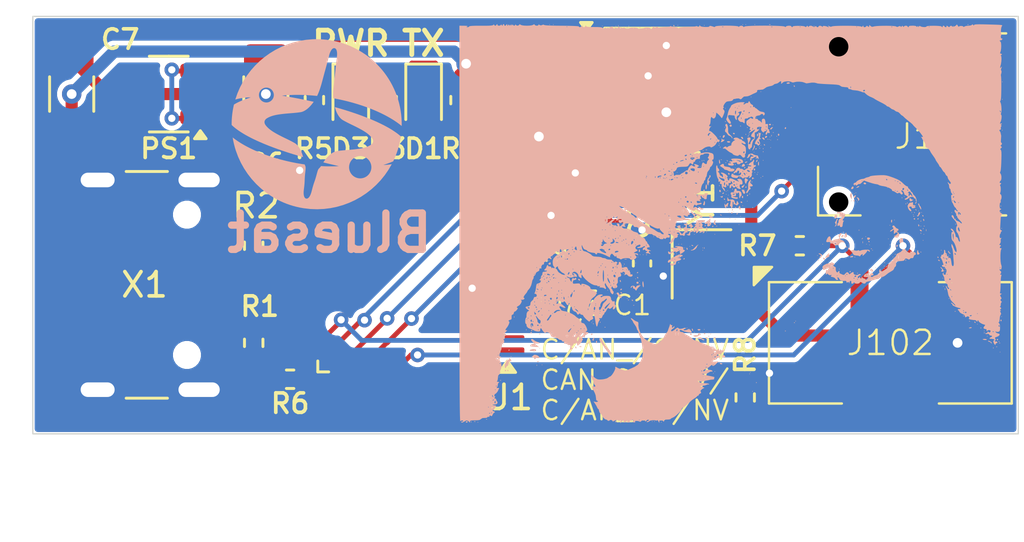
<source format=kicad_pcb>
(kicad_pcb (version 20241229) (generator "pcbnew") (generator_version "9.0")
  (title_block (title "${title}") (date "2022-03-07") (rev "R${release}") (company "${company}") (comment 1 "${release_state}") (comment 2 "${prefix}-P${type_number}-R${release}-B${pcb_variant}-C${pcb_ci}") (comment 3 "hardware/${prefix}-S${type_number}_${short_desciption}"))
  (layers (0 "F.Cu" signal) (2 "B.Cu" signal) (13 "F.Paste" user) (15 "B.Paste" user) (5 "F.SilkS" user "F.Silkscreen") (7 "B.SilkS" user "B.Silkscreen") (1 "F.Mask" user) (3 "B.Mask" user) (25 "Edge.Cuts" user))
  (net 0 "")
  (net 1 "+3V3")
  (net 2 "GND")
  (net 3 "+5V")
  (net 4 "/USB_N")
  (net 5 "/USB_P")
  (net 6 "Net-(D1-A)")
  (net 7 "Net-(D2-A)")
  (net 8 "Net-(D3-A)")
  (net 9 "Net-(X1-CC2)")
  (net 10 "Net-(X1-CC1)")
  (net 11 "/MCU/SWCLK")
  (net 12 "/MCU/SWDIO")
  (net 14 "/CAN Transceiver/CAN1_TX")
  (net 15 "/CAN Transceiver/CAN1_RX")
  (net 18 "/CAN Transceiver/CAN1_S")
  (net 21 "/MCU/SWO")
  (net 22 "/MCU/NRST")
  (net 23 "/MCU/LED_TX")
  (net 24 "/MCU/LED_RX")
  (net 25 "Net-(U1F-PF0{slash}OSC_IN)")
  (net 26 "Net-(U1F-PF1{slash}OSC_OUT)")
  (net 32 "/MCU/CAN2_RX")
  (net 43 "/MCU/CAN2_TX")
  (net 48 "/MCU/CAN2_S")
  (net 54 "/CAN Transceiver/CAN1_L")
  (net 55 "/CAN Transceiver/CAN1_H")
  (net 56 "/MCU/TX")
  (net 57 "/MCU/RX")
  (net 58 "Net-(Y1-C_{1})")
  (footprint "Package_TO_SOT_SMD:SOT-23-5" (layer "F.Cu") (at 116 119 180)
    (property "Reference" "PS1")
    (property "Value" "RT9013-33GB")
  )
  (footprint "Resistor_SMD:R_0402_1005Metric" (layer "F.Cu") (at 139.75 131.5 -90)
    (property "Reference" "R8")
    (property "Value" "100k")
  )
  (footprint "Bluesat:USB_C" (layer "F.Cu") (at 114.145 126.86 -90)
    (property "Reference" "X1")
    (property "Value" "629722000214_pasteInHole")
  )
  (footprint "Capacitor_SMD:C_0402_1005Metric" (layer "F.Cu") (at 135.905 122.345 180)
    (property "Reference" "C8")
    (property "Value" "220n")
  )
  (footprint "LED_SMD:LED_0603_1608Metric" (layer "F.Cu") (at 126.5 119.25 -90)
    (property "Reference" "D1")
    (property "Value" "XL-1608UYC-06" (hide yes))
  )
  (footprint "Capacitor_SMD:C_0402_1005Metric" (layer "F.Cu") (at 135.5 125.98 90)
    (property "Reference" "C2")
    (property "Value" "10p")
  )
  (footprint "Resistor_SMD:R_0402_1005Metric" (layer "F.Cu") (at 128 119.25 -90)
    (property "Reference" "R4")
    (property "Value" "1K" (hide yes))
  )
  (footprint "Package_SO:SOIC-8_3.9x4.9mm_P1.27mm" (layer "F.Cu") (at 135.905 118.845)
    (property "Reference" "U2")
    (property "Value" "TCAN1462V")
  )
  (footprint "Resistor_SMD:R_0402_1005Metric" (layer "F.Cu") (at 119.5 125.25 90)
    (property "Reference" "R2")
    (property "Value" "4K7")
  )
  (footprint "Resistor_SMD:R_0402_1005Metric" (layer "F.Cu") (at 142 125.25 180)
    (property "Reference" "R7")
    (property "Value" "100k")
  )
  (footprint "Capacitor_SMD:C_0402_1005Metric" (layer "F.Cu") (at 131.405 118.845 90)
    (property "Reference" "C9")
    (property "Value" "220n")
  )
  (footprint "Crystal:Crystal_SMD_2016-4Pin_2.0x1.6mm" (layer "F.Cu") (at 137.95 126 -90)
    (property "Reference" "Y1")
    (property "Value" "830108313809")
  )
  (footprint "Capacitor_SMD:C_0402_1005Metric" (layer "F.Cu") (at 131.75 127.5 90)
    (property "Reference" "C4")
    (property "Value" "220n")
  )
  (footprint "Bluesat:IDC6" (layer "F.Cu") (at 145.73 129.25)
    (property "Reference" "J102")
    (property "Value" "IDC6")
  )
  (footprint "Resistor_SMD:R_0402_1005Metric" (layer "F.Cu") (at 133.49 125.5 180)
    (property "Reference" "R9")
    (property "Value" "100R" (hide yes))
  )
  (footprint "LED_SMD:LED_0603_1608Metric" (layer "F.Cu") (at 123.5 119.25 -90)
    (property "Reference" "D3")
    (property "Value" "XL-1608SURC-06" (hide yes))
  )
  (footprint "Resistor_SMD:R_0402_1005Metric" (layer "F.Cu") (at 121 130.75 180)
    (property "Reference" "R6")
    (property "Value" "10K")
  )
  (footprint "Package_QFP:LQFP-48_7x7mm_P0.5mm" (layer "F.Cu") (at 125.75 126.8375 180)
    (property "Reference" "U1")
    (property "Value" "STM32G0B1CBT" (hide yes))
  )
  (footprint "Resistor_SMD:R_0402_1005Metric" (layer "F.Cu") (at 122 119.25 -90)
    (property "Reference" "R5")
    (property "Value" "1K" (hide yes))
  )
  (footprint "Resistor_SMD:R_0402_1005Metric" (layer "F.Cu") (at 119.5 129.25 -90)
    (property "Reference" "R1")
    (property "Value" "4K7")
  )
  (footprint "LED_SMD:LED_0603_1608Metric" (layer "F.Cu") (at 129.5 119.25 -90)
    (property "Reference" "D2")
    (property "Value" "XL-1608UGC-04" (hide yes))
  )
  (footprint "Resistor_SMD:R_0402_1005Metric" (layer "F.Cu") (at 125 119.25 -90)
    (property "Reference" "R3")
    (property "Value" "1K" (hide yes))
  )
  (footprint "Bluesat:SM02B-PASS" (layer "F.Cu") (at 151 120.25 -90)
    (property "Reference" "J1")
    (property "Value" "SM02B-PASS")
  )
  (footprint "Capacitor_SMD:C_0402_1005Metric" (layer "F.Cu") (at 133.5 124.25)
    (property "Reference" "C3")
    (property "Value" "100n" (hide yes))
  )
  (footprint "Capacitor_SMD:C_1206_3216Metric" (layer "F.Cu") (at 120 119 90)
    (property "Reference" "C6")
    (property "Value" "10u")
  )
  (footprint "Capacitor_SMD:C_1206_3216Metric" (layer "F.Cu") (at 112 119 90)
    (property "Reference" "C7")
    (property "Value" "10u")
  )
  (footprint "Capacitor_SMD:C_0402_1005Metric" (layer "F.Cu") (at 133.48 126.75 180)
    (property "Reference" "C1")
    (property "Value" "10p")
  )
  (footprint "Monkey:Monkey" (layer "B.Cu") (at 139.4 124.5 180)
    (property "Reference" "G**" (hide yes))
    (property "Value" "LOGO" (hide yes))
  )
  (gr_poly (pts (xy 122.188006 116.740161) (xy 122.276508 116.743766) (xy 122.365311 116.749632) (xy 122.454386 116.757783) (xy 122.543699 116.76824) (xy 122.63322 116.781026) (xy 122.796324 116.810325) (xy 122.956303 116.846811) (xy 123.113014 116.890288) (xy 123.266315 116.940561) (xy 123.416064 116.997437) (xy 123.562119 117.06072) (xy 123.704337 117.130216) (xy 123.842576 117.205729) (xy 123.976695 117.287066) (xy 124.10655 117.37403) (xy 124.232 117.466429) (xy 124.352903 117.564066) (xy 124.469115 117.666748) (xy 124.580496 117.774279) (xy 124.686903 117.886465) (xy 124.788193 118.00311) (xy 124.884224 118.124021) (xy 124.974855 118.249003) (xy 125.059943 118.37786) (xy 125.139345 118.510398) (xy 125.212921 118.646422) (xy 125.280526 118.785738) (xy 125.34202 118.928151) (xy 125.397259 119.073466) (xy 125.446103 119.221488) (xy 125.488408 119.372022) (xy 125.524032 119.524875) (xy 125.552833 119.679851) (xy 125.57467 119.836755) (xy 125.589399 119.995392) (xy 125.596878 120.155569) (xy 125.596966 120.317089) (xy 125.552113 120.280332) (xy 125.506638 120.244691) (xy 125.460601 120.210086) (xy 125.414061 120.17644) (xy 125.367079 120.143674) (xy 125.319713 120.11171) (xy 125.272024 120.080468) (xy 125.22407 120.049871) (xy 125.120281 119.987449) (xy 125.015277 119.927922) (xy 124.909159 119.871124) (xy 124.802028 119.816887) (xy 124.693986 119.765048) (xy 124.585135 119.715438) (xy 124.475577 119.667894) (xy 124.365414 119.622248) (xy 124.17183 119.548166) (xy 123.97667 119.479489) (xy 123.780071 119.41608) (xy 123.582168 119.357804) (xy 123.383098 119.304523) (xy 123.182995 119.2561) (xy 122.981997 119.212399) (xy 122.780239 119.173283) (xy 122.776437 119.091291) (xy 122.775562 119.009167) (xy 122.777257 118.926979) (xy 122.781161 118.844797) (xy 122.786918 118.762689) (xy 122.794168 118.680726) (xy 122.81171 118.517509) (xy 122.843021 118.233869) (xy 122.866978 118.001443) (xy 122.891788 117.76912) (xy 122.925657 117.48579) (xy 122.929294 117.454249) (xy 122.932021 117.424523) (xy 122.933886 117.396558) (xy 122.934937 117.3703) (xy 122.935223 117.345695) (xy 122.934791 117.32269) (xy 122.933689 117.30123) (xy 122.931966 117.281262) (xy 122.929671 117.262733) (xy 122.92685 117.245588) (xy 122.923553 117.229774) (xy 122.919827 117.215236) (xy 122.915721 117.201922) (xy 122.911282 117.189777) (xy 122.90656 117.178748) (xy 122.901602 117.16878) (xy 122.896455 117.159821) (xy 122.89117 117.151816) (xy 122.885793 117.144712) (xy 122.880372 117.138454) (xy 122.874957 117.13299) (xy 122.869595 117.128264) (xy 122.864334 117.124225) (xy 122.859222 117.120817) (xy 122.854308 117.117987) (xy 122.849639 117.115681) (xy 122.841233 117.112427) (xy 122.834387 117.110624) (xy 122.829487 117.109843) (xy 122.817599 117.107961) (xy 122.808584 117.107931) (xy 122.797791 117.109228) (xy 122.785424 117.112393) (xy 122.771682 117.117966) (xy 122.75677 117.126488) (xy 122.740888 117.138498) (xy 122.724239 117.154538) (xy 122.71569 117.164237) (xy 122.707025 117.175147) (xy 122.698269 117.187333) (xy 122.689448 117.200865) (xy 122.680587 117.21581) (xy 122.671711 117.232234) (xy 122.662845 117.250206) (xy 122.654015 117.269794) (xy 122.645245 117.291064) (xy 122.636562 117.314084) (xy 122.62799 117.338922) (xy 122.619555 117.365645) (xy 122.611282 117.394321) (xy 122.603196 117.425018) (xy 122.53171 117.701284) (xy 122.470362 117.926745) (xy 122.408213 118.151999) (xy 122.334323 118.427644) (xy 122.31218 118.510541) (xy 122.289128 118.593421) (xy 122.264811 118.676058) (xy 122.238876 118.758229) (xy 122.210967 118.839707) (xy 122.180731 118.920267) (xy 122.147812 118.999685) (xy 122.130236 119.038894) (xy 122.111856 119.077734) (xy 122.015788 119.068152) (xy 121.919639 119.059638) (xy 121.823426 119.052229) (xy 121.727163 119.045965) (xy 121.630867 119.040886) (xy 121.534552 119.037028) (xy 121.438234 119.034432) (xy 121.341929 119.033137) (xy 121.251857 119.033137) (xy 121.178164 119.034036) (xy 121.104503 119.03576) (xy 121.030877 119.038322) (xy 120.957294 119.041734) (xy 120.883756 119.04601) (xy 120.81027 119.051161) (xy 120.736839 119.057201) (xy 120.663469 119.064143) (xy 120.993907 119.121566) (xy 121.321897 119.182686) (xy 121.647604 119.248084) (xy 121.971193 119.318339) (xy 121.945681 119.354256) (xy 121.918754 119.39022) (xy 121.890474 119.425962) (xy 121.8609 119.46121) (xy 121.830096 119.495694) (xy 121.798123 119.529144) (xy 121.765041 119.56129) (xy 121.730913 119.59186) (xy 121.695801 119.620584) (xy 121.659765 119.647192) (xy 121.622868 119.671413) (xy 121.58517 119.692978) (xy 121.546734 119.711614) (xy 121.527258 119.71975) (xy 121.507621 119.727053) (xy 121.487829 119.733488) (xy 121.467892 119.739023) (xy 121.447816 119.743622) (xy 121.427609 119.747253) (xy 121.337243 119.759836) (xy 121.246639 119.770182) (xy 121.155861 119.778895) (xy 121.064969 119.786579) (xy 120.883093 119.801272) (xy 120.792231 119.809486) (xy 120.701503 119.819084) (xy 120.618802 119.829144) (xy 120.533947 119.841072) (xy 120.448101 119.8557) (xy 120.40517 119.864286) (xy 120.362428 119.873861) (xy 120.320021 119.884527) (xy 120.278093 119.896388) (xy 120.23679 119.90955) (xy 120.196258 119.924116) (xy 120.156642 119.94019) (xy 120.118088 119.957877) (xy 120.080742 119.97728) (xy 120.044748 119.998504) (xy 120.035465 120.004567) (xy 120.026496 120.010917) (xy 120.017864 120.017551) (xy 120.009591 120.024462) (xy 120.001702 120.031646) (xy 119.994219 120.039096) (xy 119.987166 120.04681) (xy 119.980565 120.05478) (xy 119.974442 120.063002) (xy 119.968818 120.071471) (xy 119.963716 120.080182) (xy 119.959162 120.089129) (xy 119.955177 120.098307) (xy 119.951784 120.107711) (xy 119.949009 120.117337) (xy 119.946872 120.127179) (xy 119.94528 120.137145) (xy 119.944365 120.14714) (xy 119.944108 120.15715) (xy 119.944487 120.167163) (xy 119.945483 120.177164) (xy 119.947074 120.187141) (xy 119.949241 120.197079) (xy 119.951963 120.206967) (xy 119.955219 120.21679) (xy 119.958989 120.226534) (xy 119.963253 120.236188) (xy 119.96799 120.245737) (xy 119.97318 120.255168) (xy 119.978803 120.264468) (xy 119.984837 120.273624) (xy 119.991262 120.282621) (xy 120.017062 120.31549) (xy 120.044787 120.347154) (xy 120.074264 120.377657) (xy 120.105319 120.407044) (xy 120.137778 120.435358) (xy 120.171467 120.462645) (xy 120.206213 120.488948) (xy 120.241841 120.514312) (xy 120.278179 120.538782) (xy 120.315052 120.562402) (xy 120.389707 120.607267) (xy 120.464417 120.649264) (xy 120.537792 120.688746) (xy 120.618819 120.730675) (xy 120.700483 120.771353) (xy 120.864594 120.851139) (xy 120.94648 120.891341) (xy 121.027879 120.932476) (xy 121.108508 120.975092) (xy 121.188088 121.019734) (xy 121.221702 121.041373) (xy 121.253541 121.066128) (xy 121.283642 121.093746) (xy 121.312043 121.123974) (xy 121.338781 121.15656) (xy 121.363895 121.191251) (xy 121.387422 121.227793) (xy 121.4094 121.265935) (xy 121.429866 121.305423) (xy 121.448858 121.346005) (xy 121.466413 121.387427) (xy 121.482569 121.429437) (xy 121.497364 121.471783) (xy 121.510836 121.514211) (xy 121.523022 121.556469) (xy 121.533959 121.598303) (xy 121.429819 121.568454) (xy 121.325909 121.537997) (xy 121.12029 121.476074) (xy 120.915641 121.411864) (xy 120.712172 121.345078) (xy 120.510094 121.275429) (xy 120.309618 121.202627) (xy 120.110955 121.126384) (xy 119.914315 121.046413) (xy 119.719909 120.962424) (xy 119.623564 120.919166) (xy 119.528112 120.874445) (xy 119.480774 120.851485) (xy 119.433721 120.828097) (xy 119.386973 120.80426) (xy 119.340553 120.779955) (xy 119.2941 120.755887) (xy 119.247983 120.731328) (xy 119.20223 120.706278) (xy 119.156869 120.680736) (xy 119.111928 120.654704) (xy 119.067435 120.628181) (xy 119.023417 120.601168) (xy 118.979903 120.573663) (xy 118.936742 120.545805) (xy 118.894211 120.517321) (xy 118.852358 120.488218) (xy 118.811231 120.458502) (xy 118.77088 120.428178) (xy 118.731352 120.397254) (xy 118.692697 120.365734) (xy 118.654962 120.333626) (xy 118.638535 120.318842) (xy 118.622281 120.303903) (xy 118.606231 120.288813) (xy 118.590418 120.273578) (xy 118.590589 120.202991) (xy 118.592193 120.132178) (xy 118.595239 120.061153) (xy 118.599741 119.989933) (xy 118.60571 119.918535) (xy 118.613157 119.846975) (xy 118.622095 119.775268) (xy 118.632534 119.703432) (xy 118.643881 119.634983) (xy 118.656503 119.567062) (xy 118.670383 119.499682) (xy 118.685502 119.432854) (xy 118.720352 119.411631) (xy 118.755906 119.39118) (xy 118.792122 119.371461) (xy 118.828958 119.352431) (xy 118.866372 119.334049) (xy 118.904322 119.316273) (xy 118.942765 119.299061) (xy 118.98166 119.282372) (xy 119.029719 119.262634) (xy 119.078305 119.243535) (xy 119.12734 119.224999) (xy 119.176747 119.206953) (xy 119.276361 119.172024) (xy 119.37652 119.138143) (xy 119.269859 119.138143) (xy 119.203547 119.142682) (xy 119.137222 119.148788) (xy 119.070923 119.156599) (xy 119.004683 119.166253) (xy 118.938541 119.177887) (xy 118.872531 119.191639) (xy 118.806691 119.207646) (xy 118.741055 119.226045) (xy 118.803584 119.045091) (xy 119.715462 119.045091) (xy 119.716066 119.060192) (xy 119.71741 119.075159) (xy 119.71948 119.089968) (xy 119.722262 119.104597) (xy 119.725742 119.119022) (xy 119.729905 119.13322) (xy 119.734737 119.147169) (xy 119.740225 119.160844) (xy 119.746353 119.174223) (xy 119.753108 119.187283) (xy 119.760476 119.2) (xy 119.768441 119.212351) (xy 119.776991 119.224314) (xy 119.786111 119.235864) (xy 119.795787 119.246979) (xy 119.806004 119.257635) (xy 119.816749 119.26781) (xy 119.828007 119.27748) (xy 119.839763 119.286623) (xy 119.852005 119.295214) (xy 119.864717 119.303231) (xy 119.877885 119.31065) (xy 119.891496 119.317449) (xy 119.905534 119.323604) (xy 119.919987 119.329093) (xy 119.934839 119.333891) (xy 119.950076 119.337976) (xy 119.965488 119.341287) (xy 119.980883 119.343786) (xy 119.996238 119.345489) (xy 120.01153 119.34641) (xy 120.026735 119.346563) (xy 120.041831 119.345961) (xy 120.056794 119.34462) (xy 120.0716 119.342553) (xy 120.086227 119.339774) (xy 120.100651 119.336298) (xy 120.114849 119.332139) (xy 120.128798 119.327312) (xy 120.142475 119.321829) (xy 120.155856 119.315706) (xy 120.168918 119.308957) (xy 120.181638 119.301596) (xy 120.193993 119.293637) (xy 120.205959 119.285094) (xy 120.217513 119.275981) (xy 120.228632 119.266313) (xy 120.239293 119.256104) (xy 120.249472 119.245368) (xy 120.259147 119.23412) (xy 120.268293 119.222373) (xy 120.276888 119.210141) (xy 120.284909 119.197439) (xy 120.292332 119.184282) (xy 120.299134 119.170682) (xy 120.305291 119.156655) (xy 120.310781 119.142215) (xy 120.315581 119.127375) (xy 120.319666 119.11215) (xy 120.322976 119.096726) (xy 120.325476 119.081319) (xy 120.327178 119.065952) (xy 120.328097 119.05065) (xy 120.328248 119.035435) (xy 120.327644 119.02033) (xy 120.3263 119.005359) (xy 120.32423 118.990544) (xy 120.321448 118.97591) (xy 120.317968 118.961478) (xy 120.313805 118.947274) (xy 120.308973 118.933318) (xy 120.303485 118.919636) (xy 120.297357 118.90625) (xy 120.290602 118.893183) (xy 120.283234 118.880459) (xy 120.275268 118.8681) (xy 120.266718 118.856131) (xy 120.257598 118.844574) (xy 120.247923 118.833452) (xy 120.237705 118.822788) (xy 120.226961 118.812607) (xy 120.215703 118.802931) (xy 120.203946 118.793783) (xy 120.191705 118.785187) (xy 120.178993 118.777165) (xy 120.165825 118.769741) (xy 120.152214 118.762939) (xy 120.138175 118.756781) (xy 120.123723 118.75129) (xy 120.108871 118.746491) (xy 120.093633 118.742405) (xy 120.085927 118.740648) (xy 120.078223 118.739096) (xy 120.070524 118.737746) (xy 120.062832 118.736599) (xy 120.05515 118.73565) (xy 120.04748 118.734899) (xy 120.039826 118.734344) (xy 120.03219 118.733982) (xy 120.01888 118.73381) (xy 120.005651 118.734218) (xy 119.99252 118.735195) (xy 119.979502 118.736732) (xy 119.966612 118.738819) (xy 119.953866 118.741448) (xy 119.94128 118.744608) (xy 119.928869 118.748289) (xy 119.916649 118.752483) (xy 119.904635 118.75718) (xy 119.892843 118.76237) (xy 119.881288 118.768043) (xy 119.869987 118.774191) (xy 119.858954 118.780803) (xy 119.848205 118.78787) (xy 119.837756 118.795383) (xy 119.827622 118.803332) (xy 119.817819 118.811707) (xy 119.808363 118.820499) (xy 119.799269 118.829698) (xy 119.790552 118.839295) (xy 119.782228 118.84928) (xy 119.774313 118.859644) (xy 119.766823 118.870377) (xy 119.759772 118.88147) (xy 119.753177 118.892913) (xy 119.747053 118.904696) (xy 119.741416 118.91681) (xy 119.736281 118.929246) (xy 119.731663 118.941994) (xy 119.727579 118.955044) (xy 119.724044 118.968386) (xy 119.720733 118.98381) (xy 119.718234 118.999216) (xy 119.716532 119.01458) (xy 119.715613 119.02988) (xy 119.715462 119.045091) (xy 118.803584 119.045091) (xy 118.831383 118.964645) (xy 118.940813 118.714031) (xy 119.068355 118.474927) (xy 119.21302 118.248054) (xy 119.373819 118.034136) (xy 119.549764 117.833895) (xy 119.739865 117.648054) (xy 119.943133 117.477334) (xy 120.15858 117.32246) (xy 120.385216 117.184152) (xy 120.622053 117.063134) (xy 120.868101 116.960129) (xy 121.122372 116.875859) (xy 121.383877 116.811046) (xy 121.651627 116.766413) (xy 121.924633 116.742683) (xy 122.012037 116.739642) (xy 122.099838 116.738793)) (fill yes) (layer "B.SilkS"))
  (gr_poly (pts (xy 123.015976 119.586476) (xy 123.190425 119.637959) (xy 123.364017 119.691495) (xy 123.536668 119.747202) (xy 123.708292 119.805195) (xy 123.878807 119.865591) (xy 124.048129 119.928508) (xy 124.216172 119.99406) (xy 124.320981 120.036809) (xy 124.425118 120.080868) (xy 124.528477 120.126308) (xy 124.630953 120.173196) (xy 124.732441 120.221603) (xy 124.832835 120.271596) (xy 124.93203 120.323246) (xy 125.029921 120.37662) (xy 125.078234 120.403997) (xy 125.126008 120.432058) (xy 125.173223 120.460777) (xy 125.219858 120.490128) (xy 125.265891 120.520086) (xy 125.311304 120.550626) (xy 125.356075 120.581723) (xy 125.400183 120.61335) (xy 125.421117 120.629102) (xy 125.441878 120.64503) (xy 125.462438 120.661136) (xy 125.482768 120.677423) (xy 125.502843 120.693896) (xy 125.522634 120.710556) (xy 125.542115 120.727407) (xy 125.561258 120.744453) (xy 125.558492 120.763105) (xy 125.555626 120.781764) (xy 125.532661 120.913082) (xy 125.505031 121.042402) (xy 125.472837 121.16965) (xy 125.436178 121.29475) (xy 125.395155 121.417629) (xy 125.349869 121.538213) (xy 125.300421 121.656426) (xy 125.24691 121.772194) (xy 125.197757 121.793202) (xy 125.148051 121.813381) (xy 125.097851 121.832829) (xy 125.047213 121.851641) (xy 124.944847 121.887747) (xy 124.841405 121.922469) (xy 124.884733 121.92073) (xy 124.928056 121.91832) (xy 124.971368 121.915223) (xy 125.014667 121.91142) (xy 125.057947 121.906892) (xy 125.101205 121.901621) (xy 125.144437 121.895589) (xy 125.187638 121.888776) (xy 125.051227 122.122714) (xy 124.898074 122.343991) (xy 124.729177 122.551877) (xy 124.545533 122.745644) (xy 124.348142 122.924562) (xy 124.138 123.087903) (xy 123.916107 123.234938) (xy 123.68346 123.364937) (xy 123.441058 123.477172) (xy 123.189899 123.570913) (xy 122.930981 123.645431) (xy 122.665302 123.699998) (xy 122.39386 123.733884) (xy 122.117653 123.746361) (xy 121.837681 123.736699) (xy 121.55494 123.704169) (xy 121.411489 123.678816) (xy 121.270436 123.647897) (xy 121.131879 123.611545) (xy 120.995913 123.569892) (xy 120.862635 123.52307) (xy 120.732141 123.471211) (xy 120.604529 123.414447) (xy 120.479893 123.352911) (xy 120.358331 123.286734) (xy 120.239939 123.216048) (xy 120.124813 123.140985) (xy 120.013051 123.061678) (xy 119.8 122.890859) (xy 119.601559 122.704646) (xy 119.418498 122.504096) (xy 119.251589 122.290265) (xy 119.101604 122.06421) (xy 118.969314 121.826988) (xy 118.85549 121.579655) (xy 118.760905 121.323266) (xy 118.721067 121.192007) (xy 118.686329 121.05888) (xy 118.656786 120.924017) (xy 118.632534 120.787551) (xy 118.665897 120.813564) (xy 118.699507 120.839083) (xy 118.733325 120.864157) (xy 118.767307 120.888837) (xy 118.861937 120.95335) (xy 118.957957 121.014728) (xy 119.055248 121.07317) (xy 119.153691 121.128874) (xy 119.253168 121.182041) (xy 119.353559 121.232867) (xy 119.454747 121.281552) (xy 119.556612 121.328294) (xy 119.762487 121.415629) (xy 119.970578 121.495826) (xy 120.180659 121.569177) (xy 120.392504 121.635976) (xy 120.605887 121.696515) (xy 120.820581 121.751088) (xy 121.036359 121.799988) (xy 121.252994 121.843508) (xy 121.339345 121.858683) (xy 121.425823 121.87311) (xy 121.51242 121.886753) (xy 121.599123 121.899577) (xy 121.604821 121.915043) (xy 121.610275 121.928444) (xy 121.620227 121.950998) (xy 121.628531 121.971119) (xy 121.631925 121.98148) (xy 121.634738 121.992689) (xy 121.636915 122.00523) (xy 121.638399 122.019589) (xy 121.639134 122.036251) (xy 121.639064 122.055701) (xy 121.638133 122.078424) (xy 121.636285 122.104906) (xy 121.633463 122.135631) (xy 121.629612 122.171085) (xy 121.614674 122.310826) (xy 121.606204 122.41227) (xy 121.601978 122.488174) (xy 121.599769 122.551294) (xy 121.597354 122.614389) (xy 121.592507 122.690215) (xy 121.583004 122.79153) (xy 121.566619 122.931091) (xy 121.562994 122.962631) (xy 121.560278 122.992358) (xy 121.558423 123.020325) (xy 121.55738 123.046585) (xy 121.557102 123.071192) (xy 121.557541 123.0942) (xy 121.558648 123.115663) (xy 121.560375 123.135634) (xy 121.562675 123.154167) (xy 121.565499 123.171316) (xy 121.568798 123.187134) (xy 121.572525 123.201676) (xy 121.576633 123.214995) (xy 121.581071 123.227145) (xy 121.585794 123.238179) (xy 121.590752 123.248151) (xy 121.595897 123.257115) (xy 121.601181 123.265125) (xy 121.606556 123.272234) (xy 121.611975 123.278496) (xy 121.617388 123.283965) (xy 121.622748 123.288695) (xy 121.628007 123.292738) (xy 121.633117 123.29615) (xy 121.638028 123.298984) (xy 121.642695 123.301293) (xy 121.651098 123.304552) (xy 121.657941 123.306358) (xy 121.66284 123.30714) (xy 121.674727 123.308978) (xy 121.683741 123.308991) (xy 121.694532 123.307681) (xy 121.7069 123.304505) (xy 121.720641 123.298924) (xy 121.735555 123.290396) (xy 121.751439 123.278382) (xy 121.768092 123.26234) (xy 121.776644 123.252639) (xy 121.785312 123.241729) (xy 121.794072 123.229542) (xy 121.802897 123.21601) (xy 121.811764 123.201066) (xy 121.820645 123.184642) (xy 121.829518 123.16667) (xy 121.838355 123.147083) (xy 121.847132 123.125814) (xy 121.855824 123.102794) (xy 121.864406 123.077957) (xy 121.872851 123.051233) (xy 121.881136 123.022558) (xy 121.889235 122.991861) (xy 121.924725 122.855891) (xy 121.952708 122.758051) (xy 121.975755 122.685649) (xy 121.996437 122.625992) (xy 122.017327 122.566387) (xy 122.040994 122.49414) (xy 122.07001 122.396559) (xy 122.106947 122.26095) (xy 122.117853 122.22075) (xy 122.127729 122.187118) (xy 122.136783 122.159273) (xy 122.145217 122.136432) (xy 122.149267 122.126643) (xy 122.153238 122.117813) (xy 122.157158 122.109843) (xy 122.161051 122.102635) (xy 122.164944 122.096091) (xy 122.168861 122.090114) (xy 122.172828 122.084606) (xy 122.176872 122.07947) (xy 122.18529 122.069919) (xy 122.194319 122.06068) (xy 122.215034 122.040009) (xy 122.22713 122.027013) (xy 122.231328 122.022105) (xy 123.429013 122.022105) (xy 123.429918 122.044725) (xy 123.431931 122.067144) (xy 123.435031 122.089329) (xy 123.439197 122.111244) (xy 123.444408 122.132855) (xy 123.450642 122.154127) (xy 123.457879 122.175024) (xy 123.466096 122.195513) (xy 123.475274 122.215559) (xy 123.485389 122.235126) (xy 123.496423 122.25418) (xy 123.508353 122.272687) (xy 123.521157 122.29061) (xy 123.534816 122.307916) (xy 123.549307 122.32457) (xy 123.56461 122.340537) (xy 123.580703 122.355783) (xy 123.597565 122.370271) (xy 123.615175 122.383969) (xy 123.633512 122.39684) (xy 123.652554 122.408851) (xy 123.672281 122.419965) (xy 123.692671 122.430149) (xy 123.713702 122.439368) (xy 123.735355 122.447587) (xy 123.757606 122.454771) (xy 123.780437 122.460886) (xy 123.803522 122.46584) (xy 123.826583 122.46958) (xy 123.849583 122.472127) (xy 123.872489 122.473502) (xy 123.895266 122.473727) (xy 123.917879 122.472823) (xy 123.940292 122.470811) (xy 123.962472 122.467712) (xy 123.984383 122.463547) (xy 124.00599 122.458339) (xy 124.027259 122.452106) (xy 124.048156 122.444872) (xy 124.068644 122.436658) (xy 124.08869 122.427484) (xy 124.108258 122.417371) (xy 124.127315 122.406341) (xy 124.145824 122.394416) (xy 124.163751 122.381616) (xy 124.181061 122.367962) (xy 124.197721 122.353477) (xy 124.213694 122.33818) (xy 124.228945 122.322093) (xy 124.243441 122.305238) (xy 124.257147 122.287636) (xy 124.270027 122.269307) (xy 124.282046 122.250274) (xy 124.293171 122.230557) (xy 124.303365 122.210177) (xy 124.312595 122.189156) (xy 124.320826 122.167515) (xy 124.328022 122.145275) (xy 124.33415 122.122457) (xy 124.339103 122.099359) (xy 124.342842 122.076287) (xy 124.345387 122.053275) (xy 124.346759 122.030359) (xy 124.346981 122.007573) (xy 124.346073 121.984952) (xy 124.344056 121.962531) (xy 124.340952 121.940345) (xy 124.336781 121.918427) (xy 124.331566 121.896815) (xy 124.325328 121.875541) (xy 124.318087 121.854641) (xy 124.309865 121.83415) (xy 124.300684 121.814102) (xy 124.290564 121.794532) (xy 124.279528 121.775476) (xy 124.267595 121.756967) (xy 124.254788 121.739041) (xy 124.241127 121.721732) (xy 124.226634 121.705076) (xy 124.211331 121.689107) (xy 124.195238 121.673859) (xy 124.178377 121.659369) (xy 124.160769 121.645669) (xy 124.142435 121.632796) (xy 124.123396 121.620784) (xy 124.103675 121.609668) (xy 124.083292 121.599483) (xy 124.062268 121.590263) (xy 124.040625 121.582043) (xy 124.018383 121.574859) (xy 123.995565 121.568744) (xy 123.984016 121.566108) (xy 123.972469 121.563777) (xy 123.960929 121.561751) (xy 123.949401 121.560025) (xy 123.937887 121.558598) (xy 123.926393 121.557467) (xy 123.914922 121.55663) (xy 123.903478 121.556083) (xy 123.883532 121.555819) (xy 123.86371 121.556422) (xy 123.844033 121.55788) (xy 123.824526 121.560176) (xy 123.805212 121.563297) (xy 123.786114 121.567229) (xy 123.767255 121.571957) (xy 123.74866 121.577468) (xy 123.73035 121.583746) (xy 123.712351 121.590778) (xy 123.694683 121.598549) (xy 123.677372 121.607045) (xy 123.660441 121.616252) (xy 123.643912 121.626156) (xy 123.627809 121.636741) (xy 123.612156 121.647994) (xy 123.596975 121.659901) (xy 123.582291 121.672447) (xy 123.568126 121.685619) (xy 123.554503 121.699401) (xy 123.541447 121.713779) (xy 123.52898 121.72874) (xy 123.517125 121.744268) (xy 123.505907 121.760351) (xy 123.495348 121.776972) (xy 123.485471 121.794119) (xy 123.4763 121.811776) (xy 123.467859 121.82993) (xy 123.46017 121.848566) (xy 123.453257 121.86767) (xy 123.447144 121.887228) (xy 123.441853 121.907225) (xy 123.436899 121.930323) (xy 123.433159 121.953394) (xy 123.430612 121.976405) (xy 123.429237 121.99932) (xy 123.429013 122.022105) (xy 122.231328 122.022105) (xy 122.240657 122.0112) (xy 122.255822 121.991789) (xy 122.264082 121.980489) (xy 122.272829 121.967996) (xy 122.3514 121.972034) (xy 122.429992 121.975173) (xy 122.508602 121.977398) (xy 122.587228 121.978693) (xy 122.721122 121.978693) (xy 122.792595 121.977523) (xy 122.864059 121.97552) (xy 122.935509 121.972662) (xy 123.006944 121.968927) (xy 122.685794 121.893838) (xy 122.366932 121.816998) (xy 122.392512 121.77898) (xy 122.419783 121.740588) (xy 122.448669 121.702151) (xy 122.479096 121.664) (xy 122.510988 121.626467) (xy 122.54427 121.58988) (xy 122.578867 121.554571) (xy 122.614703 121.52087) (xy 122.651703 121.489108) (xy 122.689791 121.459614) (xy 122.728894 121.43272) (xy 122.768934 121.408756) (xy 122.809838 121.388053) (xy 122.83059 121.379027) (xy 122.851529 121.37094) (xy 122.872647 121.363834) (xy 122.893933 121.357749) (xy 122.915379 121.352727) (xy 122.936974 121.348809) (xy 123.0273 121.33619) (xy 123.117881 121.325831) (xy 123.208649 121.317123) (xy 123.299536 121.309458) (xy 123.481399 121.294815) (xy 123.572238 121.28662) (xy 123.662925 121.277031) (xy 123.745632 121.266929) (xy 123.830505 121.254979) (xy 123.916376 121.240341) (xy 123.959321 121.231752) (xy 124.002077 121.222176) (xy 124.044499 121.211508) (xy 124.086441 121.199644) (xy 124.127757 121.186478) (xy 124.168301 121.171906) (xy 124.207927 121.155823) (xy 124.246488 121.138123) (xy 124.28384 121.118702) (xy 124.319836 121.097455) (xy 124.329094 121.091416) (xy 124.338045 121.085086) (xy 124.346663 121.078469) (xy 124.354926 121.071572) (xy 124.362808 121.064399) (xy 124.370287 121.056956) (xy 124.377339 121.049249) (xy 124.38394 121.041283) (xy 124.390066 121.033063) (xy 124.395694 121.024595) (xy 124.400799 121.015885) (xy 124.405358 121.006937) (xy 124.409348 120.997758) (xy 124.412743 120.988353) (xy 124.415522 120.978726) (xy 124.417659 120.968884) (xy 124.419251 120.958918) (xy 124.420166 120.948924) (xy 124.420423 120.938914) (xy 124.420044 120.928903) (xy 124.419049 120.918902) (xy 124.417457 120.908925) (xy 124.415291 120.898986) (xy 124.412569 120.889096) (xy 124.409313 120.879269) (xy 124.405542 120.869518) (xy 124.401278 120.859856) (xy 124.396541 120.850296) (xy 124.391351 120.840852) (xy 124.385728 120.831535) (xy 124.379694 120.822359) (xy 124.373268 120.813338) (xy 124.347469 120.780494) (xy 124.319745 120.748852) (xy 124.290269 120.718368) (xy 124.259215 120.688998) (xy 124.226757 120.660698) (xy 124.193067 120.633424) (xy 124.15832 120.607131) (xy 124.122689 120.581776) (xy 124.086348 120.557313) (xy 124.049469 120.5337) (xy 123.974795 120.488842) (xy 123.900054 120.446849) (xy 123.826635 120.407368) (xy 123.745652 120.365438) (xy 123.664019 120.324758) (xy 123.499937 120.244975) (xy 123.418055 120.204783) (xy 123.336656 120.163667) (xy 123.256024 120.121082) (xy 123.176442 120.076484) (xy 123.144744 120.05618) (xy 123.114621 120.033103) (xy 123.086042 120.007464) (xy 123.058976 119.979473) (xy 123.033391 119.949343) (xy 123.009257 119.917283) (xy 122.986541 119.883504) (xy 122.965212 119.848217) (xy 122.945239 119.811633) (xy 122.92659 119.773963) (xy 122.909235 119.735417) (xy 122.893141 119.696206) (xy 122.878277 119.656541) (xy 122.864612 119.616633) (xy 122.852114 119.576692) (xy 122.840752 119.53693)) (fill yes) (layer "B.SilkS"))
  (gr_rect (start 110.4 115.8) (end 151 133) (stroke (width 0.05)) (fill no) (layer "Edge.Cuts"))
  (gr_text "C/AN_CO/NV" (at 131.25 132.5 0) (layer "F.SilkS") (effects (font (size 0.8 0.8) (thickness 0.1)) (justify left bottom)))
  (gr_text "TX" (at 125.5 117.5 0) (layer "F.SilkS") (effects (font (size 1 1) (thickness 0.2) (bold yes)) (justify left bottom)))
  (gr_text "RX" (at 128.5 117.5 0) (layer "F.SilkS") (effects (font (size 1 1) (thickness 0.2) (bold yes)) (justify left bottom)))
  (gr_text "CAN_C/ONV/" (at 131.25 131.25 0) (layer "F.SilkS") (effects (font (size 0.8 0.8) (thickness 0.1)) (justify left bottom)))
  (gr_text "C/AN_/CONV" (at 131.25 130 0) (layer "F.SilkS") (effects (font (size 0.8 0.8) (thickness 0.1)) (justify left bottom)))
  (gr_text "PWR" (at 121.8 117.5 0) (layer "F.SilkS") (effects (font (size 1 1) (thickness 0.2) (bold yes)) (justify left bottom)))
  (gr_text "Bluesat" (at 127 125.6 0) (layer "B.SilkS") (effects (font (size 1.5 1.5) (thickness 0.3) (bold yes)) (justify left bottom mirror)))
  (segment (start 127.88 118.12) (end 128.25 117.75) (width 0.2) (layer "F.Cu") (net 1))
  (segment (start 123.016 117.724) (end 123.984 117.724) (width 0.2) (layer "F.Cu") (net 1))
  (segment (start 145.73 130.000001) (end 144.680999 128.951) (width 0.5) (layer "F.Cu") (net 1))
  (segment (start 144.680999 128.951) (end 141.349 128.951) (width 0.5) (layer "F.Cu") (net 1))
  (segment (start 137 120.75) (end 138.38 120.75) (width 0.5) (layer "F.Cu") (net 1))
  (segment (start 141.349 128.951) (end 140 127.602) (width 0.5) (layer "F.Cu") (net 1))
  (segment (start 112 120.475) (end 114.125 120.475) (width 0.5) (layer "F.Cu") (net 1))
  (segment (start 140 127.602) (end 140 122.37) (width 0.5) (layer "F.Cu") (net 1))
  (segment (start 136.385 122.345) (end 136.385 121.365) (width 0.5) (layer "F.Cu") (net 1))
  (segment (start 122 118.74) (end 123.016 117.724) (width 0.2) (layer "F.Cu") (net 1))
  (segment (start 131.75 127.98) (end 132.27 128.5) (width 0.5) (layer "F.Cu") (net 1))
  (segment (start 131.25 121.812075) (end 132.543925 123.106) (width 0.5) (layer "F.Cu") (net 1))
  (segment (start 126.016 117.724) (end 126.984 117.724) (width 0.2) (layer "F.Cu") (net 1))
  (segment (start 145.73 131.25) (end 145.73 130.000001) (width 0.5) (layer "F.Cu") (net 1))
  (segment (start 132.27 128.5) (end 139.102 128.5) (width 0.5) (layer "F.Cu") (net 1))
  (segment (start 136.385 122.654999) (end 136.385 122.345) (width 0.5) (layer "F.Cu") (net 1))
  (segment (start 135.933999 123.106) (end 136.385 122.654999) (width 0.5) (layer "F.Cu") (net 1))
  (segment (start 127.88 118.62) (end 127.88 118.12) (width 0.2) (layer "F.Cu") (net 1))
  (segment (start 141.49 125.25) (end 140 125.25) (width 0.2) (layer "F.Cu") (net 1))
  (segment (start 114.125 120.475) (end 114.65 119.95) (width 0.5) (layer "F.Cu") (net 1))
  (segment (start 140 122.37) (end 138.38 120.75) (width 0.5) (layer "F.Cu") (net 1))
  (segment (start 136.385 121.365) (end 137 120.75) (width 0.5) (layer "F.Cu") (net 1))
  (segment (start 131.25 120.75) (end 131.25 121.812075) (width 0.5) (layer "F.Cu") (net 1))
  (segment (start 125 118.74) (end 126.016 117.724) (width 0.2) (layer "F.Cu") (net 1))
  (segment (start 132.543925 123.106) (end 135.933999 123.106) (width 0.5) (layer "F.Cu") (net 1))
  (segment (start 128 118.74) (end 127.88 118.62) (width 0.2) (layer "F.Cu") (net 1))
  (segment (start 112 120.475) (end 112 119) (width 0.5) (layer "F.Cu") (net 1))
  (segment (start 123.984 117.724) (end 125 118.74) (width 0.2) (layer "F.Cu") (net 1))
  (segment (start 139.102 128.5) (end 140 127.602) (width 0.5) (layer "F.Cu") (net 1))
  (segment (start 126.984 117.724) (end 128 118.74) (width 0.2) (layer "F.Cu") (net 1))
  (via (at 131.25 120.75) (size 0.8) (drill 0.4) (layers "F.Cu" "B.Cu") (net 1))
  (via (at 128.25 117.75) (size 0.8) (drill 0.4) (layers "F.Cu" "B.Cu") (net 1))
  (via (at 112 119) (size 0.8) (drill 0.4) (layers "F.Cu" "B.Cu") (net 1))
  (segment (start 113.751 117.249) (end 127.749 117.249) (width 0.5) (layer "B.Cu") (net 1))
  (segment (start 128.25 117.75) (end 131.25 120.75) (width 0.5) (layer "B.Cu") (net 1))
  (segment (start 127.749 117.249) (end 128.25 117.75) (width 0.5) (layer "B.Cu") (net 1))
  (segment (start 112 119) (end 113.751 117.249) (width 0.5) (layer "B.Cu") (net 1))
  (segment (start 119 130.75) (end 117.68 130.75) (width 0.2) (layer "F.Cu") (net 2))
  (segment (start 135.425 119.230001) (end 135.980001 119.230001) (width 0.5) (layer "F.Cu") (net 2))
  (segment (start 145.73 128.499999) (end 145.73 127.25) (width 0.5) (layer "F.Cu") (net 2))
  (segment (start 128.5 127) (end 128.9125 126.5875) (width 0.2) (layer "F.Cu") (net 2))
  (segment (start 131.3175 126.5875) (end 129.9125 126.5875) (width 0.2) (layer "F.Cu") (net 2))
  (segment (start 135.15 124.25) (end 133.98 124.25) (width 0.2) (layer "F.Cu") (net 2))
  (segment (start 135.21 126.75) (end 135.5 126.46) (width 0.2) (layer "F.Cu") (net 2))
  (segment (start 118.525 119) (end 117.35 119) (width 0.5) (layer "F.Cu") (net 2))
  (segment (start 135.425 122.345) (end 135.33 122.25) (width 0.5) (layer "F.Cu") (net 2))
  (segment (start 117.825 130.605) (end 117.25 131.18) (width 0.5) (layer "F.Cu") (net 2))
  (segment (start 148.5 129.25) (end 146.480001 129.25) (width 0.5) (layer "F.Cu") (net 2))
  (segment (start 117.35 119) (end 120 119) (width 0.5) (layer "F.Cu") (net 2))
  (segment (start 113.475 119) (end 117.35 119) (width 0.5) (layer "F.Cu") (net 2))
  (segment (start 138.5 125.535936) (end 137.4 126.635936) (width 0.2) (layer "F.Cu") (net 2))
  (segment (start 133.43 118.21) (end 131.56 118.21) (width 0.5) (layer "F.Cu") (net 2))
  (segment (start 140.75 130.5) (end 140.26 130.99) (width 0.2) (layer "F.Cu") (net 2))
  (segment (start 131.75 127.02) (end 131.3175 126.5875) (width 0.2) (layer "F.Cu") (net 2))
  (segment (start 119.5 124.74) (end 119.5 124.0375) (width 0.3) (layer "F.Cu") (net 2))
  (segment (start 140.26 130.99) (end 139.75 130.99) (width 0.2) (layer "F.Cu") (net 2))
  (segment (start 135.425 119.230001) (end 134.404999 118.21) (width 0.5) (layer "F.Cu") (net 2))
  (segment (start 119.5 124.0375) (end 121.39375 122.14375) (width 0.3) (layer "F.Cu") (net 2))
  (segment (start 136.375 126.5) (end 135.54 126.5) (width 0.2) (layer "F.Cu") (net 2))
  (segment (start 117.825 123.66) (end 117.825 123.115) (width 0.5) (layer "F.Cu") (net 2))
  (segment (start 120 117.525) (end 118.525 119) (width 0.5) (layer "F.Cu") (net 2))
  (segment (start 117.825 130.06) (end 117.825 130.605) (width 0.5) (layer "F.Cu") (net 2))
  (segment (start 137.4 126.635936) (end 137.4 126.7) (width 0.2) (layer "F.Cu") (net 2))
  (segment (start 135.425 122.345) (end 135.425 119.230001) (width 0.5) (layer "F.Cu") (net 2))
  (segment (start 133.96 126.75) (end 135.21 126.75) (width 0.2) (layer "F.Cu") (net 2))
  (segment (start 135.980001 119.230001) (end 136.5 119.75) (width 0.5) (layer "F.Cu") (net 2))
  (segment (start 136.375 126.5) (end 136.575 126.7) (width 0.2) (layer "F.Cu") (net 2))
  (segment (start 117.825 123.115) (end 117.25 122.54) (width 0.5) (layer "F.Cu") (net 2))
  (segment (start 146.480001 129.25) (end 145.73 128.499999) (width 0.5) (layer "F.Cu") (net 2))
  (segment (start 120.49 130.75) (end 119 130.75) (width 0.2) (layer "F.Cu") (net 2))
  (segment (start 138.5 125.3) (end 138.5 125.535936) (width 0.2) (layer "F.Cu") (net 2))
  (segment (start 112 117.525) (end 113.475 119) (width 0.5) (layer "F.Cu") (net 2))
  (segment (start 119.5 129.76) (end 119.5 130.25) (width 0.2) (layer "F.Cu") (net 2))
  (segment (start 128.9125 126.5875) (end 129.9125 126.5875) (width 0.2) (layer "F.Cu") (net 2))
  (segment (start 121.39375 122.14375) (end 123.5 120.0375) (width 0.3) (layer "F.Cu") (net 2))
  (segment (start 136.575 126.7) (end 137.4 126.7) (width 0.2) (layer "F.Cu") (net 2))
  (segment (start 135.5 124.6) (end 135.15 124.25) (width 0.2) (layer "F.Cu") (net 2))
  (segment (start 135.54 126.5) (end 135.5 126.46) (width 0.2) (layer "F.Cu") (net 2))
  (segment (start 134.404999 118.21) (end 133.43 118.21) (width 0.5) (layer "F.Cu") (net 2))
  (segment (start 117.68 130.75) (end 117.25 131.18) (width 0.2) (layer "F.Cu") (net 2))
  (segment (start 119.5 130.25) (end 119 130.75) (width 0.2) (layer "F.Cu") (net 2))
  (segment (start 131.56 118.21) (end 131.405 118.365) (width 0.5) (layer "F.Cu") (net 2))
  (via (at 135.5 124.6) (size 0.6) (drill 0.3) (layers "F.Cu" "B.Cu") (net 2))
  (via (at 128.5 127) (size 0.6) (drill 0.3) (layers "F.Cu" "B.Cu") (net 2))
  (via (at 136.5 119.75) (size 0.8) (drill 0.4) (layers "F.Cu" "B.Cu") (net 2))
  (via (at 136.375 126.5) (size 0.6) (drill 0.3) (layers "F.Cu" "B.Cu") (net 2))
  (via (at 121.39375 122.14375) (size 0.6) (drill 0.3) (layers "F.Cu" "B.Cu") (net 2))
  (via (at 120 119) (size 0.8) (drill 0.4) (layers "F.Cu" "B.Cu") (net 2))
  (via (at 148.5 129.25) (size 0.8) (drill 0.4) (layers "F.Cu" "B.Cu") (net 2))
  (via (at 140.75 130.5) (size 0.6) (drill 0.3) (layers "F.Cu" "B.Cu") (net 2))
  (segment (start 116.175 118.05) (end 117.35 118.05) (width 0.2) (layer "F.Cu") (net 3))
  (segment (start 130.644 118.894) (end 131.075 119.325) (width 0.5) (layer "F.Cu") (net 3))
  (segment (start 120 120.475) (end 121.229 119.246) (width 0.5) (layer "F.Cu") (net 3))
  (segment (start 131.075 119.325) (end 131.405 119.325) (width 0.5) (layer "F.Cu") (net 3))
  (segment (start 116.125 118) (end 116.175 118.05) (width 0.2) (layer "F.Cu") (net 3))
  (segment (start 121.229 119.246) (end 121.229 118.358528) (width 0.5) (layer "F.Cu") (net 3))
  (segment (start 116.498 125.257466) (end 117.295466 124.46) (width 0.3) (layer "F.Cu") (net 3))
  (segment (start 117.295466 124.46) (end 117.825 124.46) (width 0.3) (layer "F.Cu") (net 3))
  (segment (start 120 120.475) (end 117.875 120.475) (width 0.5) (layer "F.Cu") (net 3))
  (segment (start 133.43 119.48) (end 131.56 119.48) (width 0.5) (layer "F.Cu") (net 3))
  (segment (start 118.899 124.101) (end 118.899 121.576) (width 0.5) (layer "F.Cu") (net 3))
  (segment (start 131.56 119.48) (end 131.405 119.325) (width 0.5) (layer "F.Cu") (net 3))
  (segment (start 116.498 128.462534) (end 116.498 125.257466) (width 0.3) (layer "F.Cu") (net 3))
  (segment (start 129.35 116.6) (end 130.644 117.894) (width 0.5) (layer "F.Cu") (net 3))
  (segment (start 118.54 124.46) (end 118.899 124.101) (width 0.5) (layer "F.Cu") (net 3))
  (segment (start 118.899 121.576) (end 120 120.475) (width 0.5) (layer "F.Cu") (net 3))
  (segment (start 130.644 117.894) (end 130.644 118.894) (width 0.5) (layer "F.Cu") (net 3))
  (segment (start 122.987528 116.6) (end 129.35 116.6) (width 0.5) (layer "F.Cu") (net 3))
  (segment (start 120 120.475) (end 120 120.337528) (width 0.5) (layer "F.Cu") (net 3))
  (segment (start 117.3 120) (end 117.35 119.95) (width 0.2) (layer "F.Cu") (net 3))
  (segment (start 121.229 118.358528) (end 122.987528 116.6) (width 0.5) (layer "F.Cu") (net 3))
  (segment (start 117.875 120.475) (end 117.35 119.95) (width 0.5) (layer "F.Cu") (net 3))
  (segment (start 117.825 124.46) (end 118.54 124.46) (width 0.5) (layer "F.Cu") (net 3))
  (segment (start 117.825 129.26) (end 117.295466 129.26) (width 0.3) (layer "F.Cu") (net 3))
  (segment (start 117.295466 129.26) (end 116.498 128.462534) (width 0.3) (layer "F.Cu") (net 3))
  (segment (start 116.125 120) (end 117.3 120) (width 0.2) (layer "F.Cu") (net 3))
  (via (at 116.125 120) (size 0.6) (drill 0.3) (layers "F.Cu" "B.Cu") (net 3))
  (via (at 116.125 118) (size 0.6) (drill 0.3) (layers "F.Cu" "B.Cu") (net 3))
  (segment (start 116.125 118) (end 116.125 120) (width 0.2) (layer "B.Cu") (net 3))
  (segment (start 116.949 126.377176) (end 117.216176 126.11) (width 0.2) (layer "F.Cu") (net 4))
  (segment (start 117.825 127.11) (end 117.216176 127.11) (width 0.2) (layer "F.Cu") (net 4))
  (segment (start 118.631824 126.11) (end 120.609324 128.0875) (width 0.2) (layer "F.Cu") (net 4))
  (segment (start 117.216176 126.11) (end 117.825 126.11) (width 0.2) (layer "F.Cu") (net 4))
  (segment (start 117.216176 127.11) (end 116.949 126.842824) (width 0.2) (layer "F.Cu") (net 4))
  (segment (start 116.949 126.842824) (end 116.949 126.377176) (width 0.2) (layer "F.Cu") (net 4))
  (segment (start 120.609324 128.0875) (end 121.5875 128.0875) (width 0.2) (layer "F.Cu") (net 4))
  (segment (start 117.825 126.11) (end 118.631824 126.11) (width 0.2) (layer "F.Cu") (net 4))
  (segment (start 118.433824 127.61) (end 118.701 127.342824) (width 0.2) (layer "F.Cu") (net 5))
  (segment (start 118.701 127.342824) (end 118.701 127.11) (width 0.2) (layer "F.Cu") (net 5))
  (segment (start 117.825 127.61) (end 118.433824 127.61) (width 0.2) (layer "F.Cu") (net 5))
  (segment (start 118.701 126.877176) (end 118.433824 126.61) (width 0.2) (layer "F.Cu") (net 5))
  (segment (start 120.3375 128.5875) (end 121.5875 128.5875) (width 0.2) (layer "F.Cu") (net 5))
  (segment (start 118.86 127.11) (end 120.3375 128.5875) (width 0.2) (layer "F.Cu") (net 5))
  (segment (start 118.701 127.11) (end 118.86 127.11) (width 0.2) (layer "F.Cu") (net 5))
  (segment (start 118.701 127.11) (end 118.701 126.877176) (width 0.2) (layer "F.Cu") (net 5))
  (segment (start 118.433824 126.61) (end 117.825 126.61) (width 0.2) (layer "F.Cu") (net 5))
  (segment (start 125.2025 119.76) (end 126.5 118.4625) (width 0.2) (layer "F.Cu") (net 6))
  (segment (start 125 119.76) (end 125.2025 119.76) (width 0.2) (layer "F.Cu") (net 6))
  (segment (start 128 119.76) (end 128.2025 119.76) (width 0.2) (layer "F.Cu") (net 7))
  (segment (start 128.2025 119.76) (end 129.5 118.4625) (width 0.2) (layer "F.Cu") (net 7))
  (segment (start 122.2025 119.76) (end 123.5 118.4625) (width 0.2) (layer "F.Cu") (net 8))
  (segment (start 122 119.76) (end 122.2025 119.76) (width 0.2) (layer "F.Cu") (net 8))
  (segment (start 117.825 128.61) (end 119.37 128.61) (width 0.2) (layer "F.Cu") (net 9))
  (segment (start 119.37 128.61) (end 119.5 128.74) (width 0.2) (layer "F.Cu") (net 9))
  (segment (start 117.825 125.61) (end 119.35 125.61) (width 0.2) (layer "F.Cu") (net 10))
  (segment (start 119.35 125.61) (end 119.5 125.76) (width 0.2) (layer "F.Cu") (net 10))
  (segment (start 143.6715 132.0385) (end 122.478501 132.0385) (width 0.2) (layer "F.Cu") (net 11))
  (segment (start 122.478501 132.0385) (end 121.51 131.069999) (width 0.2) (layer "F.Cu") (net 11))
  (segment (start 121.51 131.069999) (end 121.51 130.75) (width 0.2) (layer "F.Cu") (net 11))
  (segment (start 121.51 129.665) (end 121.5875 129.5875) (width 0.2) (layer "F.Cu") (net 11))
  (segment (start 121.51 130.75) (end 121.51 129.665) (width 0.2) (layer "F.Cu") (net 11))
  (segment (start 144.46 131.25) (end 143.6715 132.0385) (width 0.2) (layer "F.Cu") (net 11))
  (segment (start 123.100734 128.300734) (end 122.950734 128.450734) (width 0.2) (layer "F.Cu") (net 12))
  (segment (start 122.950734 128.49559) (end 122.358824 129.0875) (width 0.2) (layer "F.Cu") (net 12))
  (segment (start 144.46 127.25) (end 144.46 125.96) (width 0.2) (layer "F.Cu") (net 12))
  (segment (start 143.75 125.25) (end 142.5 125.25) (width 0.2) (layer "F.Cu") (net 12))
  (segment (start 122.950734 128.450734) (end 122.950734 128.49559) (width 0.2) (layer "F.Cu") (net 12))
  (segment (start 122.358824 129.0875) (end 121.5875 129.0875) (width 0.2) (layer "F.Cu") (net 12))
  (segment (start 144.46 125.96) (end 143.75 125.25) (width 0.2) (layer "F.Cu") (net 12))
  (via (at 143.75 125.25) (size 0.6) (drill 0.3) (layers "F.Cu" "B.Cu") (net 12))
  (via (at 123.100734 128.300734) (size 0.6) (drill 0.3) (layers "F.Cu" "B.Cu") (net 12))
  (segment (start 139.851 129.149) (end 143.75 125.25) (width 0.2) (layer "B.Cu") (net 12))
  (segment (start 123.100734 128.300734) (end 123.949 129.149) (width 0.2) (layer "B.Cu") (net 12))
  (segment (start 123.949 129.149) (end 139.851 129.149) (width 0.2) (layer "B.Cu") (net 12))
  (segment (start 124 130.228676) (end 124 131) (width 0.2) (layer "F.Cu") (net 14))
  (segment (start 134.44 116.94) (end 133.43 116.94) (width 0.2) (layer "F.Cu") (net 14))
  (segment (start 126 128.25) (end 125 129.25) (width 0.2) (layer "F.Cu") (net 14))
  (segment (start 124.978676 129.25) (end 124 130.228676) (width 0.2) (layer "F.Cu") (net 14))
  (segment (start 135.75 118.25) (end 134.44 116.94) (width 0.2) (layer "F.Cu") (net 14))
  (segment (start 125 129.25) (end 124.978676 129.25) (width 0.2) (layer "F.Cu") (net 14))
  (via (at 126 128.25) (size 0.6) (drill 0.3) (layers "F.Cu" "B.Cu") (net 14))
  (via (at 135.75 118.25) (size 0.6) (drill 0.3) (layers "F.Cu" "B.Cu") (net 14))
  (segment (start 135.25 118.75) (end 135.75 118.25) (width 0.2) (layer "B.Cu") (net 14))
  (segment (start 134.241364 123) (end 135.25 121.991364) (width 0.2) (layer "B.Cu") (net 14))
  (segment (start 135.25 121.991364) (end 135.25 118.75) (width 0.2) (layer "B.Cu") (net 14))
  (segment (start 126 128.25) (end 131.25 123) (width 0.2) (layer "B.Cu") (net 14))
  (segment (start 131.25 123) (end 134.241364 123) (width 0.2) (layer "B.Cu") (net 14))
  (segment (start 132.75 121.43) (end 132.75 122.25) (width 0.2) (layer "F.Cu") (net 15))
  (segment (start 133.43 120.75) (end 132.75 121.43) (width 0.2) (layer "F.Cu") (net 15))
  (segment (start 124.997017 128.252983) (end 123.5 129.75) (width 0.2) (layer "F.Cu") (net 15))
  (segment (start 123.5 129.75) (end 123.5 131) (width 0.2) (layer "F.Cu") (net 15))
  (segment (start 124.997017 128.241051) (end 124.997017 128.252983) (width 0.2) (layer "F.Cu") (net 15))
  (via (at 124.997017 128.241051) (size 0.6) (drill 0.3) (layers "F.Cu" "B.Cu") (net 15))
  (via (at 132.75 122.25) (size 0.6) (drill 0.3) (layers "F.Cu" "B.Cu") (net 15))
  (segment (start 124.997017 128.241051) (end 125.008949 128.241051) (width 0.2) (layer "B.Cu") (net 15))
  (segment (start 131 122.25) (end 132.75 122.25) (width 0.2) (layer "B.Cu") (net 15))
  (segment (start 125.008949 128.241051) (end 131 122.25) (width 0.2) (layer "B.Cu") (net 15))
  (segment (start 136.56 116.94) (end 136.5 117) (width 0.2) (layer "F.Cu") (net 18))
  (segment (start 124.065687 128.315687) (end 123.93431 128.315687) (width 0.2) (layer "F.Cu") (net 18))
  (segment (start 123 129.249997) (end 123 131) (width 0.2) (layer "F.Cu") (net 18))
  (segment (start 138.38 116.94) (end 136.56 116.94) (width 0.2) (layer "F.Cu") (net 18))
  (segment (start 123.93431 128.315687) (end 123 129.249997) (width 0.2) (layer "F.Cu") (net 18))
  (via (at 124.065687 128.315687) (size 0.6) (drill 0.3) (layers "F.Cu" "B.Cu") (net 18))
  (via (at 136.5 117) (size 0.6) (drill 0.3) (layers "F.Cu" "B.Cu") (net 18))
  (segment (start 130.75 121.5) (end 134.5 121.5) (width 0.2) (layer "B.Cu") (net 18))
  (segment (start 124.065687 128.184313) (end 130.75 121.5) (width 0.2) (layer "B.Cu") (net 18))
  (segment (start 135.25 117) (end 136.5 117) (width 0.2) (layer "B.Cu") (net 18))
  (segment (start 124.065687 128.315687) (end 124.065687 128.184313) (width 0.2) (layer "B.Cu") (net 18))
  (segment (start 134.5 121.5) (end 134.5 117.75) (width 0.2) (layer "B.Cu") (net 18))
  (segment (start 134.5 117.75) (end 135.25 117) (width 0.2) (layer "B.Cu") (net 18))
  (segment (start 147 127.25) (end 147 126) (width 0.2) (layer "F.Cu") (net 21))
  (segment (start 125.978676 129.75) (end 125.5 130.228676) (width 0.2) (layer "F.Cu") (net 21))
  (segment (start 125.5 130.228676) (end 125.5 131) (width 0.2) (layer "F.Cu") (net 21))
  (segment (start 147 126) (end 146.25 125.25) (width 0.2) (layer "F.Cu") (net 21))
  (segment (start 126.25 129.75) (end 125.978676 129.75) (width 0.2) (layer "F.Cu") (net 21))
  (via (at 126.25 129.75) (size 0.6) (drill 0.3) (layers "F.Cu" "B.Cu") (net 21))
  (via (at 146.25 125.25) (size 0.6) (drill 0.3) (layers "F.Cu" "B.Cu") (net 21))
  (segment (start 141.75 129.75) (end 126.25 129.75) (width 0.2) (layer "B.Cu") (net 21))
  (segment (start 146.25 125.25) (end 141.75 129.75) (width 0.2) (layer "B.Cu") (net 21))
  (segment (start 147.991364 131.25) (end 149.701 129.540364) (width 0.2) (layer "F.Cu") (net 22))
  (segment (start 133.02 124.25) (end 132.1825 125.0875) (width 0.2) (layer "F.Cu") (net 22))
  (segment (start 142.001 122.249) (end 141.25 123) (width 0.2) (layer "F.Cu") (net 22))
  (segment (start 149.001 122.249) (end 142.001 122.249) (width 0.2) (layer "F.Cu") (net 22))
  (segment (start 149.701 122.949) (end 149.001 122.249) (width 0.2) (layer "F.Cu") (net 22))
  (segment (start 131.75 124) (end 132.77 124) (width 0.2) (layer "F.Cu") (net 22))
  (segment (start 132.77 124) (end 133.02 124.25) (width 0.2) (layer "F.Cu") (net 22))
  (segment (start 132.1825 125.0875) (end 129.9125 125.0875) (width 0.2) (layer "F.Cu") (net 22))
  (segment (start 149.701 129.540364) (end 149.701 122.949) (width 0.2) (layer "F.Cu") (net 22))
  (segment (start 147 131.25) (end 147.991364 131.25) (width 0.2) (layer "F.Cu") (net 22))
  (via (at 131.75 124) (size 0.6) (drill 0.3) (layers "F.Cu" "B.Cu") (net 22))
  (via (at 141.25 123) (size 0.6) (drill 0.3) (layers "F.Cu" "B.Cu") (net 22))
  (segment (start 140.25 124) (end 131.75 124) (width 0.2) (layer "B.Cu") (net 22))
  (segment (start 141.25 123) (end 140.25 124) (width 0.2) (layer "B.Cu") (net 22))
  (segment (start 127.5 121.0375) (end 127.5 122.675) (width 0.2) (layer "F.Cu") (net 23))
  (segment (start 126.5 120.0375) (end 127.5 121.0375) (width 0.2) (layer "F.Cu") (net 23))
  (segment (start 128 121.5375) (end 128 122.675) (width 0.2) (layer "F.Cu") (net 24))
  (segment (start 129.5 120.0375) (end 128 121.5375) (width 0.2) (layer "F.Cu") (net 24))
  (segment (start 133 126.75) (end 132.3375 126.0875) (width 0.2) (layer "F.Cu") (net 25))
  (segment (start 133.75 127.5) (end 138.15 127.5) (width 0.2) (layer "F.Cu") (net 25))
  (segment (start 138.15 127.5) (end 138.5 127.15) (width 0.2) (layer "F.Cu") (net 25))
  (segment (start 132.3375 126.0875) (end 129.9125 126.0875) (width 0.2) (layer "F.Cu") (net 25))
  (segment (start 138.5 127.15) (end 138.5 126.7) (width 0.2) (layer "F.Cu") (net 25))
  (segment (start 133 126.75) (end 133.75 127.5) (width 0.2) (layer "F.Cu") (net 25))
  (segment (start 132.8925 125.5875) (end 132.98 125.5) (width 0.2) (layer "F.Cu") (net 26))
  (segment (start 129.9125 125.5875) (end 132.8925 125.5875) (width 0.2) (layer "F.Cu") (net 26))
  (segment (start 141.124999 121.25) (end 142.4 121.25) (width 0.2) (layer "F.Cu") (net 54))
  (segment (start 138.38 119.48) (end 139.354999 119.48) (width 0.2) (layer "F.Cu") (net 54))
  (segment (start 139.354999 119.48) (end 141.124999 121.25) (width 0.2) (layer "F.Cu") (net 54))
  (segment (start 141.36 118.21) (end 142.4 119.25) (width 0.2) (layer "F.Cu") (net 55))
  (segment (start 138.38 118.21) (end 141.36 118.21) (width 0.2) (layer "F.Cu") (net 55))
  (segment (start 134 125.5) (end 135.5 125.5) (width 0.2) (layer "F.Cu") (net 58))
  (segment (start 135.5 125.5) (end 137.2 125.5) (width 0.2) (layer "F.Cu") (net 58))
  (segment (start 137.2 125.5) (end 137.4 125.3) (width 0.2) (layer "F.Cu") (net 58))
  (zone (net 1) (net_name "+3V3") (layer "F.Cu") (connect_pads yes (clearance 0.2)) (min_thickness 0.25) (fill yes (thermal_gap 0.5) (thermal_bridge_width 0.5))
    (polygon (pts (xy 132.125 128.25) (xy 129.25 128.25) (xy 129.25 127) (xy 130.975 127) (xy 131.375 127.5) (xy 132.125 127.5)))
  )
  (zone (net 2) (net_name "GND") (layer "B.Cu") (priority 1) (connect_pads yes (clearance 0.2)) (min_thickness 0.25) (fill yes (thermal_gap 0.5) (thermal_bridge_width 0.5))
    (polygon (pts (xy 110.4 115.8) (xy 151 115.8) (xy 151 133) (xy 110.4 133)))
  )
)
</source>
